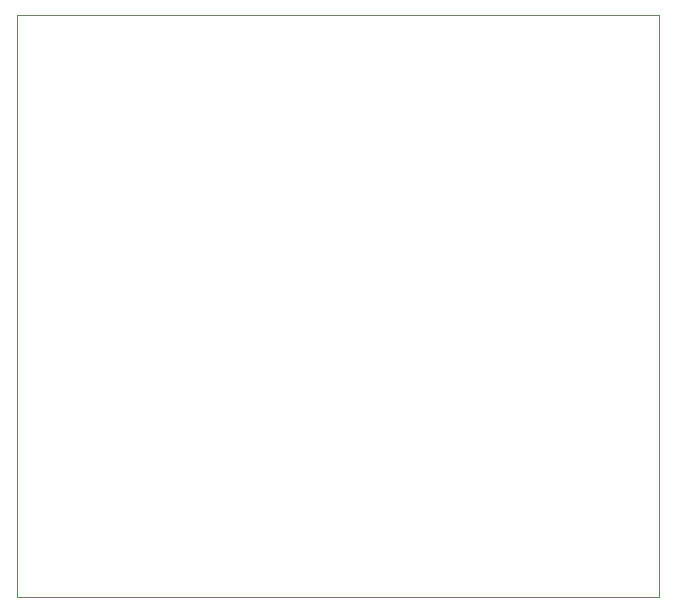
<source format=gm1>
%TF.GenerationSoftware,KiCad,Pcbnew,7.0.1*%
%TF.CreationDate,2023-04-28T23:06:10+02:00*%
%TF.ProjectId,test_ADC_and_CurrentSensors,74657374-5f41-4444-935f-616e645f4375,rev?*%
%TF.SameCoordinates,Original*%
%TF.FileFunction,Profile,NP*%
%FSLAX46Y46*%
G04 Gerber Fmt 4.6, Leading zero omitted, Abs format (unit mm)*
G04 Created by KiCad (PCBNEW 7.0.1) date 2023-04-28 23:06:10*
%MOMM*%
%LPD*%
G01*
G04 APERTURE LIST*
%TA.AperFunction,Profile*%
%ADD10C,0.100000*%
%TD*%
G04 APERTURE END LIST*
D10*
X24130000Y-30734000D02*
X78486000Y-30734000D01*
X78486000Y-80010000D01*
X24130000Y-80010000D01*
X24130000Y-30734000D01*
M02*

</source>
